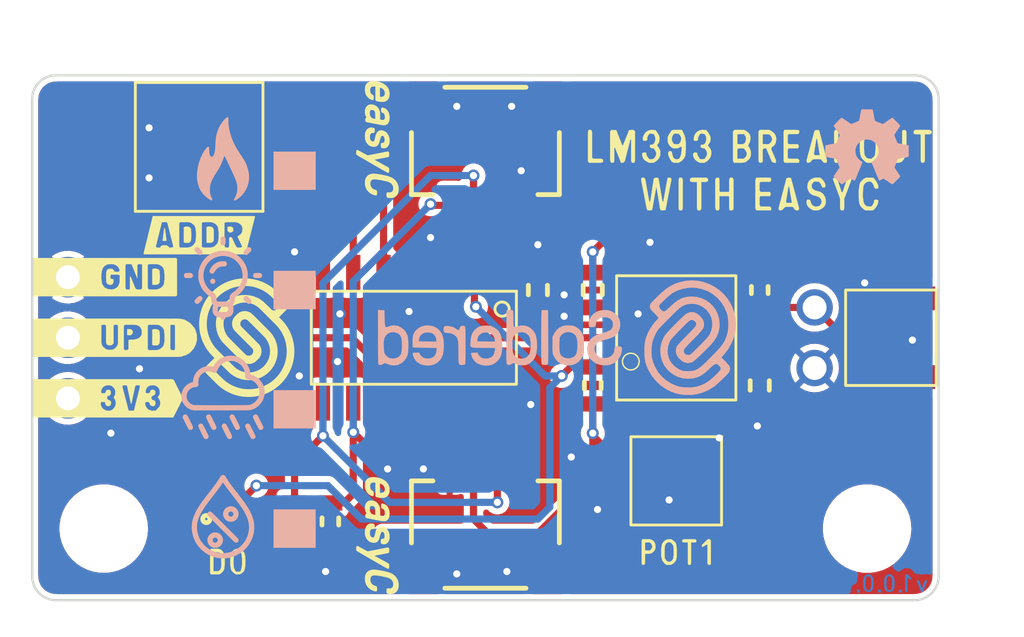
<source format=kicad_pcb>
(kicad_pcb (version 20210126) (generator pcbnew)
  (layers (0 "F.Cu" signal) (31 "B.Cu" signal) (34 "B.Paste" user) (35 "F.Paste" user) (36 "B.SilkS" user "B.Silkscreen") (37 "F.SilkS" user "F.Silkscreen") (38 "B.Mask" user) (39 "F.Mask" user) (44 "Edge.Cuts" user))
  (net 0 "")
  (net 1 "A0")
  (net 2 "GND")
  (net 3 "3V3")
  (net 4 "Net-(D1-Pad1)")
  (net 5 "SDA")
  (net 6 "SCL")
  (net 7 "UPDI")
  (net 8 "ADD3")
  (net 9 "ADD2")
  (net 10 "ADD1")
  (net 11 "POT")
  (net 12 "D0")
  (footprint "e-radionica.com footprinti:easyC-connector" (layer "F.Cu") (at 119 136.7 180)
    (fp_text reference "K3")
    (fp_text value "easyC-SMD")
    (pad "1" smd rect (at -1.5 2.15 180) (size 0.6 1.55) (layers "F.Cu" "F.Paste" "F.Mask") (net 6 "SCL"))
    (pad "2" smd rect (at -0.5 2.15 180) (size 0.6 1.55) (layers "F.Cu" "F.Paste" "F.Mask") (net 5 "SDA"))
    (pad "3" smd rect (at 0.5 2.15 180) (size 0.6 1.55) (layers "F.Cu" "F.Paste" "F.Mask") (net 3 "3V3"))
    (pad "4" smd rect (at 1.5 2.15 180) (size 0.6 1.55) (layers "F.Cu" "F.Paste" "F.Mask") (net 2 "GND"))
    (pad "5" smd rect (at -2.6 -2.15 180) (size 1.2 1.8) (layers "F.Cu" "F.Paste" "F.Mask") (net 2 "GND"))
    (pad "5" smd rect (at 2.6 -2.15 180) (size 1.2 1.8) (layers "F.Cu" "F.Paste" "F.Mask") (net 2 "GND"))
  )
  (footprint "e-radionica.com footprinti:0603R" (layer "F.Cu") (at 111 136.7 -90)
    (fp_text reference "R5")
    (fp_text value "10k")
    (pad "1" smd rect (at -0.775 0) (size 1 0.64) (layers "F.Cu" "F.Paste" "F.Mask") (net 5 "SDA"))
    (pad "2" smd rect (at 0.775 0) (size 1 0.64) (layers "F.Cu" "F.Paste" "F.Mask") (net 3 "3V3"))
  )
  (footprint "e-radionica.com footprinti:HEADER-UPDI" (layer "F.Cu") (at 101.5 129 90)
    (fp_text reference "K4")
    (fp_text value "HEADER-UPDI")
    (pad "1" thru_hole circle (at -2.54 0 90) (size 1.7 1.7) (drill 1) (layers *.Cu "B.Mask") (net 3 "3V3"))
    (pad "2" thru_hole circle (at 0 0 90) (size 1.7 1.7) (drill 1) (layers *.Cu "B.Mask") (net 7 "UPDI"))
    (pad "3" thru_hole circle (at 2.54 0 90) (size 1.7 1.7) (drill 1) (layers *.Cu "B.Mask") (net 2 "GND"))
  )
  (footprint "e-radionica.com footprinti:0603R" (layer "F.Cu") (at 112.5 136.7 -90)
    (fp_text reference "R6")
    (fp_text value "10k")
    (pad "1" smd rect (at -0.775 0) (size 1 0.64) (layers "F.Cu" "F.Paste" "F.Mask") (net 6 "SCL"))
    (pad "2" smd rect (at 0.775 0) (size 1 0.64) (layers "F.Cu" "F.Paste" "F.Mask") (net 3 "3V3"))
  )
  (footprint "Soldered Graphics:Logo-Front-easyC-5mm" (layer "F.Cu") (at 114.5 137.3 -90)
    (fp_text reference "G***" hide)
    (fp_text value "LOGO" hide)
  )
  (footprint "e-radionica.com footprinti:FIDUCIAL_1MM_PASTE" (layer "F.Cu") (at 107.7 119.7)
    (fp_text reference "FD1")
    (fp_text value "Fiducial_Stencil")
    (pad "1" smd circle (at 0 0) (size 1 1) (property pad_prop_fiducial_glob) (layers "F.Cu" "F.Paste" "F.Mask"))
  )
  (footprint "e-radionica.com footprinti:0402LED" (layer "F.Cu") (at 108.2 137.2 180)
    (fp_text reference "D1")
    (fp_text value "purple")
    (pad "1" smd rect (at -0.55 0 270) (size 0.75 0.45) (layers "F.Cu" "F.Paste" "F.Mask") (net 4 "Net-(D1-Pad1)"))
    (pad "2" smd rect (at 0.55 0 270) (size 0.75 0.45) (layers "F.Cu" "F.Paste" "F.Mask") (net 2 "GND"))
  )
  (footprint "buzzardLabel" (layer "F.Cu") (at 130.5 123)
    (fp_text reference "" (at 0 0) (layer "F.SilkS") (effects (font (size 1.27 1.27))))
    (fp_text value "" (at 0 0) (layer "F.SilkS") (effects (font (size 1.27 1.27))))
  )
  (footprint "Soldered Graphics:Logo-Front-Soldered-5mm" (layer "F.Cu") (at 109 129)
    (fp_text reference "G***" hide)
    (fp_text value "LOGO" hide)
  )
  (footprint "e-radionica.com footprinti:JST-SH_2pin_1mm_C145954" (layer "F.Cu") (at 136 129 90)
    (fp_text reference "K2")
    (fp_text value "JST-SH_2pin_1mm_C145954")
    (pad "" smd rect (at -1.65 0.95 90) (size 1 1.8) (layers "F.Cu" "F.Paste" "F.Mask"))
    (pad "" smd rect (at 1.65 0.95 90) (size 1 1.8) (layers "F.Cu" "F.Paste" "F.Mask"))
    (pad "1" smd rect (at 0.5 -1.1 90) (size 0.4 1.6) (layers "F.Cu" "F.Paste" "F.Mask") (net 1 "A0"))
    (pad "2" smd rect (at -0.5 -1.1 90) (size 0.4 1.6) (layers "F.Cu" "F.Paste" "F.Mask") (net 2 "GND"))
  )
  (footprint "e-radionica.com footprinti:tc33x-2-103e" (layer "F.Cu") (at 127 135 -90)
    (fp_text reference "R1")
    (fp_text value "tc33x-2-103e")
    (pad "1" smd rect (at -1 1.8 270) (size 1.2 1.2) (layers "F.Cu" "F.Paste" "F.Mask") (net 3 "3V3"))
    (pad "2" smd rect (at 0 -1.45 270) (size 1.6 1.5) (layers "F.Cu" "F.Paste" "F.Mask") (net 11 "POT"))
    (pad "3" smd rect (at 1 1.8 270) (size 1.2 1.2) (layers "F.Cu" "F.Paste" "F.Mask") (net 2 "GND"))
  )
  (footprint "e-radionica.com footprinti:HOLE_3.2mm" (layer "F.Cu") (at 135 137)
    (fp_text reference "H2" hide)
    (fp_text value "HOLE_3.2mm" hide)
    (pad "" np_thru_hole circle (at 0 0) (size 3.2 3.2) (drill 3.2) (layers F&B.Cu *.Mask))
  )
  (footprint "buzzardLabel" (layer "F.Cu") (at 99.6 129)
    (fp_text reference "" (at 0 0) (layer "F.SilkS") (effects (font (size 1.27 1.27))))
    (fp_text value "" (at 0 0) (layer "F.SilkS") (effects (font (size 1.27 1.27))))
  )
  (footprint "e-radionica.com footprinti:0402R" (layer "F.Cu") (at 108.2 135.8 180)
    (fp_text reference "R4")
    (fp_text value "1k")
    (pad "1" smd rect (at -0.5 0 270) (size 0.64 0.54) (layers "F.Cu" "F.Paste" "F.Mask") (net 12 "D0"))
    (pad "2" smd rect (at 0.5 0 270) (size 0.64 0.54) (layers "F.Cu" "F.Paste" "F.Mask") (net 4 "Net-(D1-Pad1)"))
  )
  (footprint "e-radionica.com footprinti:SOIC-14" (layer "F.Cu") (at 116 129 -90)
    (fp_text reference "U2")
    (fp_text value "ATTINY404-SSNR")
    (pad "1" smd rect (at -2.7 -3.81 270) (size 1.55 0.6) (layers "F.Cu" "F.Paste" "F.Mask") (net 3 "3V3"))
    (pad "2" smd rect (at -2.7 -2.54 270) (size 1.55 0.6) (layers "F.Cu" "F.Paste" "F.Mask") (net 12 "D0"))
    (pad "3" smd rect (at -2.7 -1.27 270) (size 1.55 0.6) (layers "F.Cu" "F.Paste" "F.Mask") (net 1 "A0"))
    (pad "4" smd rect (at -2.7 0 270) (size 1.55 0.6) (layers "F.Cu" "F.Paste" "F.Mask"))
    (pad "5" smd rect (at -2.7 1.27 270) (size 1.55 0.6) (layers "F.Cu" "F.Paste" "F.Mask") (net 8 "ADD3"))
    (pad "6" smd rect (at -2.7 2.54 270) (size 1.55 0.6) (layers "F.Cu" "F.Paste" "F.Mask") (net 9 "ADD2"))
    (pad "7" smd rect (at -2.7 3.81 270) (size 1.55 0.6) (layers "F.Cu" "F.Paste" "F.Mask") (net 10 "ADD1"))
    (pad "8" smd rect (at 2.7 3.81 270) (size 1.55 0.6) (layers "F.Cu" "F.Paste" "F.Mask") (net 5 "SDA"))
    (pad "9" smd rect (at 2.7 2.54 270) (size 1.55 0.6) (layers "F.Cu" "F.Paste" "F.Mask") (net 6 "SCL"))
    (pad "10" smd rect (at 2.7 1.27 270) (size 1.55 0.6) (layers "F.Cu" "F.Paste" "F.Mask") (net 7 "UPDI"))
    (pad "11" smd rect (at 2.7 0 270) (size 1.55 0.6) (layers "F.Cu" "F.Paste" "F.Mask"))
    (pad "12" smd rect (at 2.7 -1.27 270) (size 1.55 0.6) (layers "F.Cu" "F.Paste" "F.Mask"))
    (pad "13" smd rect (at 2.7 -2.54 270) (size 1.55 0.6) (layers "F.Cu" "F.Paste" "F.Mask"))
    (pad "14" smd rect (at 2.7 -3.81 270) (size 1.55 0.6) (layers "F.Cu" "F.Paste" "F.Mask") (net 2 "GND"))
  )
  (footprint "Soldered Graphics:Logo-Back-OSH-3.5mm" (layer "F.Cu") (at 135 121)
    (fp_text reference "G***" hide)
    (fp_text value "LOGO" hide)
  )
  (footprint "Soldered Graphics:Logo-Front-easyC-5mm" (layer "F.Cu") (at 114.5 120.7 -90)
    (fp_text reference "G***" hide)
    (fp_text value "LOGO" hide)
  )
  (footprint "buzzardLabel" (layer "F.Cu") (at 108.2 138.4)
    (fp_text reference "" (at 0 0) (layer "F.SilkS") (effects (font (size 1.27 1.27))))
    (fp_text value "" (at 0 0) (layer "F.SilkS") (effects (font (size 1.27 1.27))))
  )
  (footprint "e-radionica.com footprinti:easyC-connector" (layer "F.Cu") (at 119 121.3)
    (fp_text reference "K5")
    (fp_text value "easyC-SMD")
    (pad "1" smd rect (at -1.5 2.15) (size 0.6 1.55) (layers "F.Cu" "F.Paste" "F.Mask") (net 6 "SCL"))
    (pad "2" smd rect (at -0.5 2.15) (size 0.6 1.55) (layers "F.Cu" "F.Paste" "F.Mask") (net 5 "SDA"))
    (pad "3" smd rect (at 0.5 2.15) (size 0.6 1.55) (layers "F.Cu" "F.Paste" "F.Mask") (net 3 "3V3"))
    (pad "4" smd rect (at 1.5 2.15) (size 0.6 1.55) (layers "F.Cu" "F.Paste" "F.Mask") (net 2 "GND"))
    (pad "5" smd rect (at -2.6 -2.15) (size 1.2 1.8) (layers "F.Cu" "F.Paste" "F.Mask") (net 2 "GND"))
    (pad "5" smd rect (at 2.6 -2.15) (size 1.2 1.8) (layers "F.Cu" "F.Paste" "F.Mask") (net 2 "GND"))
  )
  (footprint "e-radionica.com footprinti:HEADER_MALE_2X1" (layer "F.Cu") (at 132.8 129 90)
    (fp_text reference "K1")
    (fp_text value "HEADER_MALE_2X1")
    (pad "1" thru_hole circle (at -1.27 0 90) (size 1.524 1.524) (drill 1) (layers *.Cu *.Mask) (net 2 "GND"))
    (pad "2" thru_hole circle (at 1.27 0 90) (size 1.524 1.524) (drill 1) (layers *.Cu *.Mask) (net 1 "A0"))
  )
  (footprint "buzzardLabel" (layer "F.Cu") (at 107 124.7)
    (fp_text reference "" (at 0 0) (layer "F.SilkS") (effects (font (size 1.27 1.27))))
    (fp_text value "" (at 0 0) (layer "F.SilkS") (effects (font (size 1.27 1.27))))
  )
  (footprint "buzzardLabel" (layer "F.Cu") (at 130.5 121)
    (fp_text reference "" (at 0 0) (layer "F.SilkS") (effects (font (size 1.27 1.27))))
    (fp_text value "" (at 0 0) (layer "F.SilkS") (effects (font (size 1.27 1.27))))
  )
  (footprint "Soldered Graphics:Logo-Back-SolderedFULL-15mm" (layer "F.Cu") (at 122 129)
    (fp_text reference "REF**" hide)
    (fp_text value "Logo-Front-SolderedFULL-15mm" hide)
  )
  (footprint "buzzardLabel" (layer "F.Cu") (at 99.6 131.54)
    (fp_text reference "" (at 0 0) (layer "F.SilkS") (effects (font (size 1.27 1.27))))
    (fp_text value "" (at 0 0) (layer "F.SilkS") (effects (font (size 1.27 1.27))))
  )
  (footprint "e-radionica.com footprinti:0603R" (layer "F.Cu") (at 130.5 127 90)
    (fp_text reference "R2")
    (fp_text value "10k")
    (pad "1" smd rect (at -0.775 0 180) (size 1 0.64) (layers "F.Cu" "F.Paste" "F.Mask") (net 1 "A0"))
    (pad "2" smd rect (at 0.775 0 180) (size 1 0.64) (layers "F.Cu" "F.Paste" "F.Mask") (net 3 "3V3"))
  )
  (footprint "e-radionica.com footprinti:0603C" (layer "F.Cu") (at 123.5 127 90)
    (fp_text reference "C2")
    (fp_text value "0.1uF")
    (pad "1" smd rect (at -0.73 0 90) (size 0.66 1) (layers "F.Cu" "F.Paste" "F.Mask") (net 2 "GND"))
    (pad "2" smd rect (at 0.73 0 90) (size 0.66 1) (layers "F.Cu" "F.Paste" "F.Mask") (net 3 "3V3"))
  )
  (footprint "e-radionica.com footprinti:0603C" (layer "F.Cu") (at 121.2 127 -90)
    (fp_text reference "C3")
    (fp_text value "0.1uF")
    (pad "1" smd rect (at -0.73 0 270) (size 0.66 1) (layers "F.Cu" "F.Paste" "F.Mask") (net 3 "3V3"))
    (pad "2" smd rect (at 0.73 0 270) (size 0.66 1) (layers "F.Cu" "F.Paste" "F.Mask") (net 2 "GND"))
  )
  (footprint "e-radionica.com footprinti:SOIC−8" (layer "F.Cu") (at 127 129 90)
    (fp_text reference "U1")
    (fp_text value "LM393")
    (pad "1" smd rect (at -2.7 -1.905 90) (size 1.55 0.6) (layers "F.Cu" "F.Paste" "F.Mask") (net 12 "D0"))
    (pad "2" smd rect (at -2.6 -0.635 90) (size 1.55 0.6) (layers "F.Cu" "F.Paste" "F.Mask") (net 11 "POT"))
    (pad "3" smd rect (at -2.6 0.635 90) (size 1.55 0.6) (layers "F.Cu" "F.Paste" "F.Mask") (net 1 "A0"))
    (pad "4" smd rect (at -2.6 1.905 90) (size 1.55 0.6) (layers "F.Cu" "F.Paste" "F.Mask") (net 2 "GND"))
    (pad "5" smd rect (at 2.6 1.905 90) (size 1.55 0.6) (layers "F.Cu" "F.Paste" "F.Mask"))
    (pad "6" smd rect (at 2.6 0.635 90) (size 1.55 0.6) (layers "F.Cu" "F.Paste" "F.Mask"))
    (pad "7" smd rect (at 2.6 -0.635 90) (size 1.55 0.6) (layers "F.Cu" "F.Paste" "F.Mask"))
    (pad "8" smd rect (at 2.6 -1.905 90) (size 1.55 0.6) (layers "F.Cu" "F.Paste" "F.Mask") (net 3 "3V3"))
  )
  (footprint "e-radionica.com footprinti:HOLE_3.2mm" (layer "F.Cu") (at 103 137)
    (fp_text reference "H1" hide)
    (fp_text value "HOLE_3.2mm" hide)
    (pad "" np_thru_hole circle (at 0 0) (size 3.2 3.2) (drill 3.2) (layers F&B.Cu *.Mask))
  )
  (footprint "e-radionica.com footprinti:0603C" (layer "F.Cu") (at 130.5 131 90)
    (fp_text reference "C1")
    (fp_text value "0.1uF")
    (pad "1" smd rect (at -0.73 0 90) (size 0.66 1) (layers "F.Cu" "F.Paste" "F.Mask") (net 2 "GND"))
    (pad "2" smd rect (at 0.73 0 90) (size 0.66 1) (layers "F.Cu" "F.Paste" "F.Mask") (net 1 "A0"))
  )
  (footprint "buzzardLabel" (layer "F.Cu") (at 127 138)
    (fp_text reference "" (at 0 0) (layer "F.SilkS") (effects (font (size 1.27 1.27))))
    (fp_text value "" (at 0 0) (layer "F.SilkS") (effects (font (size 1.27 1.27))))
  )
  (footprint "e-radionica.com footprinti:0603R" (layer "F.Cu") (at 123.5 131 -90)
    (fp_text reference "R3")
    (fp_text value "10k")
    (pad "1" smd rect (at -0.775 0) (size 1 0.64) (layers "F.Cu" "F.Paste" "F.Mask") (net 12 "D0"))
    (pad "2" smd rect (at 0.775 0) (size 1 0.64) (layers "F.Cu" "F.Paste" "F.Mask") (net 3 "3V3"))
  )
  (footprint "e-radionica.com footprinti:DSHP03TS-S" (layer "F.Cu") (at 107 121 180)
    (fp_text reference "K6")
    (fp_text value "DSHP03TS-S")
    (pad "1" smd rect (at -3.81 -1.27 270) (size 0.76 1.27) (layers "F.Cu" "F.Paste" "F.Mask") (net 10 "ADD1"))
    (pad "2" smd rect (at 3.81 -1.27 270) (size 0.76 1.27) (layers "F.Cu" "F.Paste" "F.Mask") (net 2 "GND"))
    (pad "3" smd rect (at -3.81 0 270) (size 0.76 1.27) (layers "F.Cu" "F.Paste" "F.Mask") (net 9 "ADD2"))
    (pad "4" smd rect (at 3.81 0 270) (size 0.76 1.27) (layers "F.Cu" "F.Paste" "F.Mask") (net 2 "GND"))
    (pad "5" smd rect (at -3.81 1.27 270) (size 0.76 1.27) (layers "F.Cu" "F.Paste" "F.Mask") (net 8 "ADD3"))
    (pad "6" smd rect (at 3.81 1.27 270) (size 0.76 1.27) (layers "F.Cu" "F.Paste" "F.Mask") (net 2 "GND"))
  )
  (footprint "buzzardLabel" (layer "F.Cu") (at 99.6 126.46)
    (fp_text reference "" (at 0 0) (layer "F.SilkS") (effects (font (size 1.27 1.27))))
    (fp_text value "" (at 0 0) (layer "F.SilkS") (effects (font (size 1.27 1.27))))
  )
  (footprint "Soldered Graphics:Version1.0.0." (layer "B.Cu") (at 136 139.3 180)
    (fp_text reference "" (at 0 0) (layer "B.SilkS") (effects (font (size 1.27 1.27)) (justify mirror)))
    (fp_text value "" (at 0 0) (layer "B.SilkS") (effects (font (size 1.27 1.27)) (justify mirror)))
    (fp_poly (pts (xy 1.31 -0.38) (xy 1.36 -0.38) (xy 1.41 -0.37) (xy 1.42 -0.33) (xy 1.42 -0.27) (xy 1.38 -0.26) (xy 1.33 -0.26) (xy 1.3 -0.29) (xy 1.3 -0.34) (xy 1.31 -0.38)) (layer "B.Cu") (width 0.01) (fill solid))
    (fp_poly (pts (xy 0.06 -0.35) (xy 0.11 -0.35) (xy 0.17 -0.33) (xy 0.13 -0.28) (xy 0.03 -0.28) (xy -0.01 -0.25) (xy -0.03 -0.2) (xy -0.05 -0.15) (xy -0.05 -0.11) (xy -0.05 0.01) (xy -0.05 0.13) (xy -0.05 0.17) (xy -0.03 0.22) (xy -0.01 0.27) (xy 0.02 0.3) (xy 0.13 0.3) (xy 0.16 0.26) (xy 0.18 0.21) (xy 0.18 0.15) (xy 0.19 0.05) (xy 0.19 -0.08) (xy 0.19 -0.12) (xy 0.18 -0.17) (xy 0.16 -0.22) (xy 0.14 -0.27) (xy 0.14 -0.28) (xy 0.17 -0.32) (xy 0.21 -0.29) (xy 0.24 -0.26) (xy 0.26 -0.22) (xy 0.27 -0.16) (xy 0.28 -0.11) (xy 0.28 -0.06) (xy 0.28 0.06) (xy 0.28 0.12) (xy 0.27 0.17) (xy 0.26 0.22) (xy 0.25 0.27) (xy 0.22 0.3) (xy 0.19 0.34) (xy 0.13 0.37) (xy 0.08 0.38) (xy 0.02 0.38) (xy -0.03 0.35) (xy -0.08 0.31) (xy -0.1 0.28) (xy -0.12 0.23) (xy -0.14 0.18) (xy -0.14 0.13) (xy -0.15 0.08) (xy -0.15 -0.04) (xy -0.14 -0.1) (xy -0.14 -0.14) (xy -0.13 -0.2) (xy -0.11 -0.25) (xy -0.08 -0.28) (xy -0.05 -0.32) (xy 0.01 -0.35) (xy 0.06 -0.35)) (layer "B.Cu") (width 0.01) (fill solid))
    (fp_poly (pts (xy -1.33 -0.35) (xy -1.27 -0.35) (xy -1.25 -0.31) (xy -1.09 0.1) (xy -1.11 0.13) (xy -1.16 0.13) (xy -1.19 0.1) (xy -1.28 -0.16) (xy -1.3 -0.21) (xy -1.32 -0.17) (xy -1.41 0.09) (xy -1.44 0.13) (xy -1.49 0.13) (xy -1.51 0.1) (xy -1.36 -0.31) (xy -1.33 -0.35)) (layer "B.Cu") (width 0.01) (fill solid))
    (fp_poly (pts (xy -0.44 -0.38) (xy -0.39 -0.38) (xy -0.34 -0.37) (xy -0.34 -0.33) (xy -0.34 -0.27) (xy -0.38 -0.26) (xy -0.43 -0.26) (xy -0.46 -0.29) (xy -0.46 -0.34) (xy -0.44 -0.38)) (layer "B.Cu") (width 0.01) (fill solid))
    (fp_poly (pts (xy 0.43 -0.38) (xy 0.48 -0.38) (xy 0.54 -0.37) (xy 0.54 -0.33) (xy 0.54 -0.27) (xy 0.5 -0.26) (xy 0.45 -0.26) (xy 0.42 -0.29) (xy 0.42 -0.34) (xy 0.43 -0.38)) (layer "B.Cu") (width 0.01) (fill solid))
    (fp_poly (pts (xy -0.67 -0.35) (xy -0.62 -0.35) (xy -0.6 -0.31) (xy -0.6 0.35) (xy -0.64 0.38) (xy -0.69 0.38) (xy -0.73 0.34) (xy -0.84 0.22) (xy -0.86 0.17) (xy -0.83 0.16) (xy -0.73 0.22) (xy -0.69 0.23) (xy -0.69 -0.31) (xy -0.67 -0.35)) (layer "B.Cu") (width 0.01) (fill solid))
    (fp_poly (pts (xy 0.93 -0.35) (xy 0.99 -0.35) (xy 1.04 -0.33) (xy 1.01 -0.28) (xy 0.91 -0.28) (xy 0.87 -0.25) (xy 0.85 -0.2) (xy 0.83 -0.15) (xy 0.83 -0.11) (xy 0.82 0.01) (xy 0.83 0.13) (xy 0.83 0.17) (xy 0.84 0.22) (xy 0.87 0.27) (xy 0.9 0.3) (xy 1.01 0.3) (xy 1.04 0.26) (xy 1.05 0.21) (xy 1.06 0.15) (xy 1.07 0.05) (xy 1.07 -0.08) (xy 1.06 -0.12) (xy 1.06 -0.17) (xy 1.04 -0.22) (xy 1.02 -0.27) (xy 1.01 -0.28) (xy 1.05 -0.32) (xy 1.09 -0.29) (xy 1.12 -0.26) (xy 1.14 -0.22) (xy 1.15 -0.16) (xy 1.16 -0.11) (xy 1.16 -0.06) (xy 1.16 0.06) (xy 1.16 0.12) (xy 1.15 0.17) (xy 1.14 0.22) (xy 1.13 0.27) (xy 1.1 0.3) (xy 1.06 0.34) (xy 1.01 0.37) (xy 0.95 0.38) (xy 0.9 0.38) (xy 0.84 0.35) (xy 0.8 0.31) (xy 0.78 0.28) (xy 0.75 0.23) (xy 0.74 0.18) (xy 0.74 0.13) (xy 0.73 0.08) (xy 0.73 -0.04) (xy 0.73 -0.1) (xy 0.74 -0.14) (xy 0.75 -0.2) (xy 0.77 -0.25) (xy 0.79 -0.28) (xy 0.83 -0.32) (xy 0.89 -0.35) (xy 0.93 -0.35)) (layer "B.Cu") (width 0.01) (fill solid))
  )
  (footprint "Soldered Graphics:Symbol-Front-Raining" (layer "B.Cu") (at 108 131.5 180)
    (fp_text reference "G***" hide)
    (fp_text value "LOGO" hide)
  )
  (footprint "buzzardLabel" (layer "B.Cu") (at 111 122 180)
    (fp_text reference "" (at 0 0) (layer "B.SilkS") (effects (font (size 1.27 1.27)) (justify mirror)))
    (fp_text value "" (at 0 0) (layer "B.SilkS") (effects (font (size 1.27 1.27)) (justify mirror)))
  )
  (footprint "buzzardLabel" (layer "B.Cu") (at 111 137 180)
    (fp_text reference "" (at 0 0) (layer "B.SilkS") (effects (font (size 1.27 1.27)) (justify mirror)))
    (fp_text value "" (at 0 0) (layer "B.SilkS") (effects (font (size 1.27 1.27)) (justify mirror)))
  )
  (footprint "buzzardLabel" (layer "B.Cu") (at 111 127 180)
    (fp_text reference "" (at 0 0) (layer "B.SilkS") (effects (font (size 1.27 1.27)) (justify mirror)))
    (fp_text value "" (at 0 0) (layer "B.SilkS") (effects (font (size 1.27 1.27)) (justify mirror)))
  )
  (footprint "buzzardLabel" (layer "B.Cu") (at 111 132 180)
    (fp_text reference "" (at 0 0) (layer "B.SilkS") (effects (font (size 1.27 1.27)) (justify mirror)))
    (fp_text value "" (at 0 0) (layer "B.SilkS") (effects (font (size 1.27 1.27)) (justify mirror)))
  )
  (footprint "Soldered Graphics:Symbol-Front-Light" (layer "B.Cu") (at 108 126.5 180)
    (fp_text reference "G***" hide)
    (fp_text value "LOGO" hide)
  )
  (footprint "Soldered Graphics:Symbol-Front-Humidity" (layer "B.Cu") (at 108 136.5 180)
    (fp_text reference "G***" hide)
    (fp_text value "LOGO" hide)
  )
  (footprint "Soldered Graphics:Symbol-Front-Flame" (layer "B.Cu") (at 108 121.5 180)
    (fp_text reference "G***" hide)
    (fp_text value "LOGO" hide)
  )
  (gr_line (start 101 118) (end 137 118) (layer "Edge.Cuts") (width 0.1))
  (gr_arc (start 101 119) (end 101 118) (angle -90) (layer "Edge.Cuts") (width 0.1))
  (gr_arc (start 137 119) (end 137 118) (angle 90) (layer "Edge.Cuts") (width 0.1))
  (gr_line (start 100 139) (end 100 119) (layer "Edge.Cuts") (width 0.1))
  (gr_line (start 138 119) (end 138 139) (layer "Edge.Cuts") (width 0.1))
  (gr_arc (start 137 139) (end 137 140) (angle -90) (layer "Edge.Cuts") (width 0.1))
  (gr_line (start 137 140) (end 101 140) (layer "Edge.Cuts") (width 0.1))
  (gr_arc (start 101 139) (end 101 140) (angle 90) (layer "Edge.Cuts") (width 0.1))
  (segment (start 130.5 130.27) (end 130.5 128.2) (width 0.3) (layer "F.Cu") (net 1))
  (segment (start 128.7 129) (end 129.7 129) (width 0.3) (layer "F.Cu") (net 1))
  (segment (start 132.8 127.73) (end 130.545 127.73) (width 0.3) (layer "F.Cu") (net 1))
  (segment (start 134.9 128.5) (end 133.57 128.5) (width 0.3) (layer "F.Cu") (net 1))
  (segment (start 130.545 127.73) (end 130.5 127.775) (width 0.3) (layer "F.Cu") (net 1))
  (segment (start 117.27 126.3) (end 117.27 127.87) (width 0.3) (layer "F.Cu") (net 1))
  (segment (start 127.635 130.065) (end 128.7 129) (width 0.3) (layer "F.Cu") (net 1))
  (segment (start 129.7 129) (end 130.5 128.2) (width 0.3) (layer "F.Cu") (net 1))
  (segment (start 133.57 128.5) (end 132.8 127.73) (width 0.3) (layer "F.Cu") (net 1))
  (segment (start 117.27 127.87) (end 118.4 129) (width 0.3) (layer "F.Cu") (net 1))
  (segment (start 118.4 129) (end 128.7 129) (width 0.3) (layer "F.Cu") (net 1))
  (segment (start 130.5 128.2) (end 130.5 127.775) (width 0.3) (layer "F.Cu") (net 1))
  (segment (start 127.635 131.6) (end 127.635 130.065) (width 0.3) (layer "F.Cu") (net 1))
  (via (at 122.3 128.1) (size 0.5) (drill 0.3) (layers "F.Cu" "B.Cu") (net 2))
  (via (at 116.7 124.8) (size 0.5) (drill 0.3) (layers "F.Cu" "B.Cu") (net 2))
  (via (at 114.9 134.5) (size 0.5) (drill 0.3) (layers "F.Cu" "B.Cu") (net 2))
  (via (at 121.2 125.1) (size 0.5) (drill 0.3) (layers "F.Cu" "B.Cu") (net 2))
  (via (at 116.4 134.5) (size 0.5) (drill 0.3) (layers "F.Cu" "B.Cu") (net 2))
  (via (at 112.9 128) (size 0.5) (drill 0.3) (layers "F.Cu" "B.Cu") (net 2))
  (via (at 120.9 131.8) (size 0.5) (drill 0.3) (layers "F.Cu" "B.Cu") (net 2))
  (via (at 104.9 122.3) (size 0.5) (drill 0.3) (layers "F.Cu" "B.Cu") (net 2))
  (via (at 112.3 138.8) (size 0.5) (drill 0.3) (layers "F.Cu" "B.Cu") (net 2))
  (via (at 103.3 133) (size 0.5) (drill 0.3) (layers "F.Cu" "B.Cu") (net 2))
  (via (at 120.1 119.3) (size 0.5) (drill 0.3) (layers "F.Cu" "B.Cu") (net 2))
  (via (at 126.7 135.8) (size 0.5) (drill 0.3) (layers "F.Cu" "B.Cu") (net 2))
  (via (at 111.2 130.6) (size 0.5) (drill 0.3) (layers "F.Cu" "B.Cu") (net 2))
  (via (at 104.5 130.3) (size 0.5) (drill 0.3) (layers "F.Cu" "B.Cu") (net 2))
  (via (at 125.9 125) (size 0.5) (drill 0.3) (layers "F.Cu" "B.Cu") (net 2))
  (via (at 120.5 122) (size 0.5) (drill 0.3) (layers "F.Cu" "B.Cu") (net 2))
  (via (at 117.8 138.9) (size 0.5) (drill 0.3) (layers "F.Cu" "B.Cu") (net 2))
  (via (at 123.7 136.2) (size 0.5) (drill 0.3) (layers "F.Cu" "B.Cu") (net 2))
  (via (at 111 125.4) (size 0.5) (drill 0.3) (layers "F.Cu" "B.Cu") (net 2))
  (via (at 128.8 133.2) (size 0.5) (drill 0.3) (layers "F.Cu" "B.Cu") (net 2))
  (via (at 115.8 127.9) (size 0.5) (drill 0.3) (layers "F.Cu" "B.Cu") (net 2))
  (via (at 117.8 119.3) (size 0.5) (drill 0.3) (layers "F.Cu" "B.Cu") (net 2))
  (via (at 130.4 132.7) (size 0.5) (drill 0.3) (layers "F.Cu" "B.Cu") (net 2))
  (via (at 122.3 127.2) (size 0.5) (drill 0.3) (layers "F.Cu" "B.Cu") (net 2))
  (via (at 119.9 138.8) (size 0.5) (drill 0.3) (layers "F.Cu" "B.Cu") (net 2))
  (via (at 104.9 120.2) (size 0.5) (drill 0.3) (layers "F.Cu" "B.Cu") (net 2))
  (via (at 112.8 130) (size 0.5) (drill 0.3) (layers "F.Cu" "B.Cu") (net 2))
  (via (at 122.6 134) (size 0.5) (drill 0.3) (layers "F.Cu" "B.Cu") (net 2))
  (via (at 125.4 128) (size 0.5) (drill 0.3) (layers "F.Cu" "B.Cu") (net 2))
  (via (at 134.9 126.7) (size 0.5) (drill 0.3) (layers "F.Cu" "B.Cu") (net 2))
  (via (at 136.9 129.1) (size 0.5) (drill 0.3) (layers "F.Cu" "B.Cu") (net 2))
  (segment (start 123.5 134.9) (end 123.5 133.1) (width 0.3) (layer "F.Cu") (net 3))
  (segment (start 119.81 126.3) (end 121.17 126.3) (width 0.3) (layer "F.Cu") (net 3))
  (segment (start 119.5 124.6) (end 119.81 124.91) (width 0.3) (layer "F.Cu") (net 3))
  (segment (start 119.81 124.91) (end 119.81 126.3) (width 0.3) (layer "F.Cu") (net 3))
  (segment (start 106.6 138.1) (end 107.3 138.8) (width 0.3) (layer "F.Cu") (net 3))
  (segment (start 107.3 138.8) (end 110.4 138.8) (width 0.3) (layer "F.Cu") (net 3))
  (segment (start 124.965 126.27) (end 125.095 126.4) (width 0.3) (layer "F.Cu") (net 3))
  (segment (start 124.7 124.2) (end 123.5 125.4) (width 0.3) (layer "F.Cu") (net 3))
  (segment (start 121.2 137.2) (end 123.5 134.9) (width 0.3) (layer "F.Cu") (net 3))
  (segment (start 121.17 126.3) (end 121.2 126.27) (width 0.3) (layer "F.Cu") (net 3))
  (segment (start 111 138.2) (end 111 137.475) (width 0.3) (layer "F.Cu") (net 3))
  (segment (start 130.5 126.225) (end 130.5 125.1) (width 0.3) (layer "F.Cu") (net 3))
  (segment (start 123.5 126.27) (end 124.965 126.27) (width 0.3) (layer "F.Cu") (net 3))
  (segment (start 114.7 137.2) (end 119.1 137.2) (width 0.3) (layer "F.Cu") (net 3))
  (segment (start 118.5 136.6) (end 119.1 137.2) (width 0.3) (layer "F.Cu") (net 3))
  (segment (start 112.5 137.475) (end 114.425 137.475) (width 0.3) (layer "F.Cu") (net 3))
  (segment (start 101.5 131.54) (end 103.74 131.54) (width 0.3) (layer "F.Cu") (net 3))
  (segment (start 123.5 133.1) (end 123.5 133) (width 0.3) (layer "F.Cu") (net 3))
  (segment (start 114.425 137.475) (end 114.7 137.2) (width 0.3) (layer "F.Cu") (net 3))
  (segment (start 123.5 125.4) (end 123.5 126.27) (width 0.3) (layer "F.Cu") (net 3))
  (segment (start 130.5 125.1) (end 129.6 124.2) (width 0.3) (layer "F.Cu") (net 3))
  (segment (start 118.5 134.55) (end 118.5 136.6) (width 0.3) (layer "F.Cu") (net 3))
  (segment (start 103.74 131.54) (end 106.6 134.4) (width 0.3) (layer "F.Cu") (net 3))
  (segment (start 121.2 126.27) (end 123.5 126.27) (width 0.3) (layer "F.Cu") (net 3))
  (segment (start 123.5 133.1) (end 123.5 131.775) (width 0.3) (layer "F.Cu") (net 3))
  (segment (start 124.4 134) (end 123.5 133.1) (width 0.3) (layer "F.Cu") (net 3))
  (segment (start 129.6 124.2) (end 124.7 124.2) (width 0.3) (layer "F.Cu") (net 3))
  (segment (start 119.5 123.45) (end 119.5 124.6) (width 0.3) (layer "F.Cu") (net 3))
  (segment (start 119.1 137.2) (end 121.2 137.2) (width 0.3) (layer "F.Cu") (net 3))
  (segment (start 110.4 138.8) (end 111 138.2) (width 0.3) (layer "F.Cu") (net 3))
  (segment (start 111 137.475) (end 112.5 137.475) (width 0.3) (layer "F.Cu") (net 3))
  (segment (start 125.2 134) (end 124.4 134) (width 0.3) (layer "F.Cu") (net 3))
  (segment (start 106.6 134.4) (end 106.6 138.1) (width 0.3) (layer "F.Cu") (net 3))
  (via (at 123.5 133) (size 0.5) (drill 0.3) (layers "F.Cu" "B.Cu") (net 3))
  (via (at 123.5 125.4) (size 0.5) (drill 0.3) (layers "F.Cu" "B.Cu") (net 3))
  (segment (start 123.5 133) (end 123.5 125.4) (width 0.3) (layer "B.Cu") (net 3))
  (segment (start 107.7 136) (end 107.7 135.8) (width 0.3) (layer "F.Cu") (net 4))
  (segment (start 108.75 137.2) (end 108.75 137.05) (width 0.3) (layer "F.Cu") (net 4))
  (segment (start 108.75 137.05) (end 107.7 136) (width 0.3) (layer "F.Cu") (net 4))
  (segment (start 112.19 133.11) (end 111 134.3) (width 0.3) (layer "F.Cu") (net 5))
  (segment (start 112.19 131.7) (end 112.19 133.11) (width 0.3) (layer "F.Cu") (net 5))
  (segment (start 111 134.3) (end 111 135.925) (width 0.3) (layer "F.Cu") (net 5))
  (segment (start 119.5 134.55) (end 119.5 135.9) (width 0.3) (layer "F.Cu") (net 5))
  (segment (start 118.5 123.45) (end 118.5 122.2) (width 0.3) (layer "F.Cu") (net 5))
  (via (at 119.5 135.9) (size 0.5) (drill 0.3) (layers "F.Cu" "B.Cu") (net 5))
  (via (at 112.19 133.11) (size 0.5) (drill 0.3) (layers "F.Cu" "B.Cu") (net 5))
  (via (at 118.5 122.2) (size 0.5) (drill 0.3) (layers "F.Cu" "B.Cu") (net 5))
  (segment (start 116.7 122.2) (end 112.19 126.71) (width 0.3) (layer "B.Cu") (net 5))
  (segment (start 114.98 135.9) (end 112.19 133.11) (width 0.3) (layer "B.Cu") (net 5))
  (segment (start 119.5 135.9) (end 114.98 135.9) (width 0.3) (layer "B.Cu") (net 5))
  (segment (start 112.19 126.71) (end 112.19 133.11) (width 0.3) (layer "B.Cu") (net 5))
  (segment (start 118.5 122.2) (end 116.7 122.2) (width 0.3) (layer "B.Cu") (net 5))
  (segment (start 114.1 133.6) (end 113.46 132.96) (width 0.3) (layer "F.Cu") (net 6))
  (segment (start 120.5 134.55) (end 120.5 133.5) (width 0.3) (layer "F.Cu") (net 6))
  (segment (start 116.3 133.6) (end 114.1 133.6) (width 0.3) (layer "F.Cu") (net 6))
  (segment (start 116.8 133.1) (end 116.3 133.6) (width 0.3) (layer "F.Cu") (net 6))
  (segment (start 113.46 131.7) (end 113.46 132.96) (width 0.3) (layer "F.Cu") (net 6))
  (segment (start 120.1 133.1) (end 116.8 133.1) (width 0.3) (layer "F.Cu") (net 6))
  (segment (start 120.5 133.5) (end 120.1 133.1) (width 0.3) (layer "F.Cu") (net 6))
  (segment (start 113.46 134.76) (end 113.46 134.54) (width 0.3) (layer "F.Cu") (net 6))
  (segment (start 113.46 134.54) (end 113.46 133.64) (width 0.3) (layer "F.Cu") (net 6))
  (segment (start 112.5 135.925) (end 113.075 135.925) (width 0.3) (layer "F.Cu") (net 6))
  (segment (start 113.46 132.96) (end 113.46 133.64) (width 0.3) (layer "F.Cu") (net 6))
  (segment (start 116.75 123.45) (end 116.7 123.4) (width 0.3) (layer "F.Cu") (net 6))
  (segment (start 117.5 123.45) (end 116.75 123.45) (width 0.3) (layer "F.Cu") (net 6))
  (segment (start 113.46 135.54) (end 113.46 134.54) (width 0.3) (layer "F.Cu") (net 6))
  (segment (start 113.075 135.925) (end 113.46 135.54) (width 0.3) (layer "F.Cu") (net 6))
  (via (at 113.46 132.96) (size 0.5) (drill 0.3) (layers "F.Cu" "B.Cu") (net 6))
  (via (at 116.7 123.4) (size 0.5) (drill 0.3) (layers "F.Cu" "B.Cu") (net 6))
  (segment (start 113.46 126.64) (end 113.46 132.96) (width 0.3) (layer "B.Cu") (net 6))
  (segment (start 116.7 123.4) (end 113.46 126.64) (width 0.3) (layer "B.Cu") (net 6))
  (segment (start 113.4 129) (end 114.73 130.33) (width 0.3) (layer "F.Cu") (net 7))
  (segment (start 114.73 130.33) (end 114.73 131.7) (width 0.3) (layer "F.Cu") (net 7))
  (segment (start 101.5 129) (end 113.4 129) (width 0.3) (layer "F.Cu") (net 7))
  (segment (start 114.73 126.3) (end 114.73 122.73) (width 0.3) (layer "F.Cu") (net 8))
  (segment (start 114.73 122.73) (end 111.73 119.73) (width 0.3) (layer "F.Cu") (net 8))
  (segment (start 111.73 119.73) (end 110.81 119.73) (width 0.3) (layer "F.Cu") (net 8))
  (segment (start 113.46 126.3) (end 113.46 122.96) (width 0.3) (layer "F.Cu") (net 9))
  (segment (start 111.5 121) (end 110.81 121) (width 0.3) (layer "F.Cu") (net 9))
  (segment (start 113.46 122.96) (end 111.5 121) (width 0.3) (layer "F.Cu") (net 9))
  (segment (start 111.67 122.27) (end 110.81 122.27) (width 0.3) (layer "F.Cu") (net 10))
  (segment (start 112.19 122.79) (end 111.67 122.27) (width 0.3) (layer "F.Cu") (net 10))
  (segment (start 112.19 126.3) (end 112.19 122.79) (width 0.3) (layer "F.Cu") (net 10))
  (segment (start 128.45 134.65) (end 128.45 135) (width 0.3) (layer "F.Cu") (net 11))
  (segment (start 126.365 132.565) (end 128.45 134.65) (width 0.3) (layer "F.Cu") (net 11))
  (segment (start 126.365 131.6) (end 126.365 132.565) (width 0.3) (layer "F.Cu") (net 11))
  (segment (start 108.8 135.8) (end 109.4 135.2) (width 0.3) (layer "F.Cu") (net 12))
  (segment (start 123.5 130.225) (end 122.575 130.225) (width 0.3) (layer "F.Cu") (net 12))
  (segment (start 124.525 130.225) (end 125.1 130.8) (width 0.3) (layer "F.Cu") (net 12))
  (segment (start 125.1 130.8) (end 125.1 131.695) (width 0.3) (layer "F.Cu") (net 12))
  (segment (start 108.7 135.8) (end 108.8 135.8) (width 0.3) (layer "F.Cu") (net 12))
  (segment (start 122.575 130.225) (end 122.2 130.6) (width 0.3) (layer "F.Cu") (net 12))
  (segment (start 118.54 127.64) (end 118.6 127.7) (width 0.3) (layer "F.Cu") (net 12))
  (segment (start 123.5 130.225) (end 124.525 130.225) (width 0.3) (layer "F.Cu") (net 12))
  (segment (start 118.54 126.3) (end 118.54 127.64) (width 0.3) (layer "F.Cu") (net 12))
  (segment (start 125.1 131.695) (end 125.095 131.7) (width 0.3) (layer "F.Cu") (net 12))
  (via (at 122.2 130.6) (size 0.5) (drill 0.3) (layers "F.Cu" "B.Cu") (net 12))
  (via (at 109.4 135.2) (size 0.5) (drill 0.3) (layers "F.Cu" "B.Cu") (net 12))
  (via (at 118.6 127.7) (size 0.5) (drill 0.3) (layers "F.Cu" "B.Cu") (net 12))
  (segment (start 121.2 136.6) (end 121.7 136.1) (width 0.3) (layer "B.Cu") (net 12))
  (segment (start 113.8 136.6) (end 121.2 136.6) (width 0.3) (layer "B.Cu") (net 12))
  (segment (start 118.6 127.7) (end 121.5 130.6) (width 0.3) (layer "B.Cu") (net 12))
  (segment (start 121.5 130.6) (end 122.2 130.6) (width 0.3) (layer "B.Cu") (net 12))
  (segment (start 112.4 135.2) (end 113.8 136.6) (width 0.3) (layer "B.Cu") (net 12))
  (segment (start 109.4 135.2) (end 112.4 135.2) (width 0.3) (layer "B.Cu") (net 12))
  (segment (start 121.7 136.1) (end 121.7 131.1) (width 0.3) (layer "B.Cu") (net 12))
  (segment (start 121.7 131.1) (end 122.2 130.6) (width 0.3) (layer "B.Cu") (net 12))
  (zone (net 2) (net_name "GND") (layers F&B.Cu) (connect_pads (clearance 0.254)) (min_thickness 0.254) (fill yes (thermal_gap 0.254) (thermal_bridge_width 0.254))
    (polygon (pts (xy 138 140) (xy 100 140) (xy 100 118) (xy 138 118)))
  )
)
</source>
